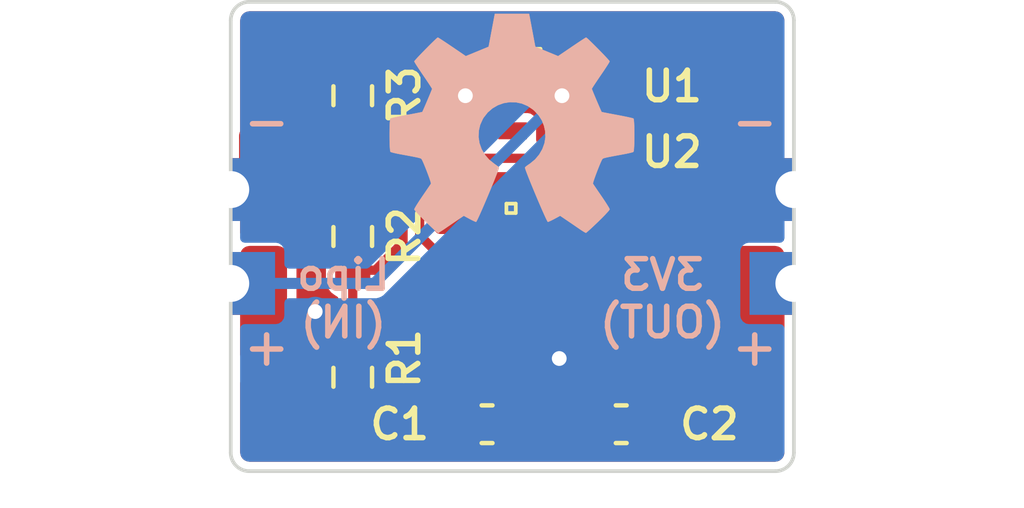
<source format=kicad_pcb>
(kicad_pcb (version 20221018) (generator pcbnew)
  (layers (0 "F.Cu" signal) (31 "B.Cu" signal) (34 "B.Paste" user) (35 "F.Paste" user) (36 "B.SilkS" user "B.Silkscreen") (37 "F.SilkS" user "F.Silkscreen") (38 "B.Mask" user) (39 "F.Mask" user) (44 "Edge.Cuts" user))
  (net 0 "")
  (net 1 "/BATT")
  (net 2 "GND")
  (net 3 "+3V3")
  (net 4 "/EN")
  (net 6 "/LTH")
  (net 7 "/HTH")
  (footprint "Resistor_SMD:R_0603_1608Metric_Pad0.98x0.95mm_HandSolder" (layer "F.Cu") (at 155.702 129.54 90)
    (fp_text reference "R1" (at 0.508 1.397 90) (layer "F.SilkS") (effects (font (size 0.8 0.8))))
    (fp_text value "604k")
    (fp_line (start -0.254724 -0.5225) (end 0.254724 -0.5225) (stroke (width 0.12)) (layer "F.SilkS"))
    (fp_line (start -0.254724 0.5225) (end 0.254724 0.5225) (stroke (width 0.12)) (layer "F.SilkS"))
    (pad "1" smd roundrect (at -0.9125 0 90) (size 0.975 0.95) (layers "F.Cu" "F.Paste" "F.Mask") (net 1 "/BATT"))
    (pad "2" smd roundrect (at 0.9125 0 90) (size 0.975 0.95) (layers "F.Cu" "F.Paste" "F.Mask") (net 6 "/LTH"))
  )
  (footprint "Resistor_SMD:R_0603_1608Metric_Pad0.98x0.95mm_HandSolder" (layer "F.Cu") (at 155.702 125.73 90)
    (fp_text reference "R2" (at 0 1.397 90) (layer "F.SilkS") (effects (font (size 0.8 0.8))))
    (fp_text value "56k")
    (fp_line (start -0.254724 -0.5225) (end 0.254724 -0.5225) (stroke (width 0.12)) (layer "F.SilkS"))
    (fp_line (start -0.254724 0.5225) (end 0.254724 0.5225) (stroke (width 0.12)) (layer "F.SilkS"))
    (pad "1" smd roundrect (at -0.9125 0 90) (size 0.975 0.95) (layers "F.Cu" "F.Paste" "F.Mask") (net 6 "/LTH"))
    (pad "2" smd roundrect (at 0.9125 0 90) (size 0.975 0.95) (layers "F.Cu" "F.Paste" "F.Mask") (net 7 "/HTH"))
  )
  (footprint "Capacitor_SMD:C_0603_1608Metric_Pad1.08x0.95mm_HandSolder" (layer "F.Cu") (at 159.3375 130.81)
    (fp_text reference "C1" (at -2.3655 0) (layer "F.SilkS") (effects (font (size 0.8 0.8))))
    (fp_text value "10uF")
    (fp_line (start -0.146267 -0.51) (end 0.146267 -0.51) (stroke (width 0.12)) (layer "F.SilkS"))
    (fp_line (start -0.146267 0.51) (end 0.146267 0.51) (stroke (width 0.12)) (layer "F.SilkS"))
    (pad "1" smd roundrect (at -0.8625 0) (size 1.075 0.95) (layers "F.Cu" "F.Paste" "F.Mask") (net 1 "/BATT"))
    (pad "2" smd roundrect (at 0.8625 0) (size 1.075 0.95) (layers "F.Cu" "F.Paste" "F.Mask") (net 2 "GND"))
  )
  (footprint "Footprints:SOIC127P600X163-9N" (layer "F.Cu") (at 161.384 126.873)
    (fp_text reference "U2" (at 2.954 -3.429) (layer "F.SilkS") (effects (font (size 0.8 0.8) (thickness 0.15) bold)))
    (fp_text value "AP7362-33SP-13" hide)
    (fp_line (start -1.524 -2.032) (end -1.524 -1.778) (stroke (width 0.1)) (layer "F.SilkS"))
    (fp_line (start -1.524 -1.778) (end -1.27 -1.778) (stroke (width 0.1)) (layer "F.SilkS"))
    (fp_line (start -1.27 -2.032) (end -1.524 -2.032) (stroke (width 0.1)) (layer "F.SilkS"))
    (fp_line (start -1.27 -1.778) (end -1.27 -2.032) (stroke (width 0.1)) (layer "F.SilkS"))
    (pad "1" smd rect (at -2.7 -1.905 90) (size 0.65 1.5) (layers "F.Cu" "F.Paste" "F.Mask") (net 2 "GND"))
    (pad "2" smd rect (at -2.7 -0.635 90) (size 0.65 1.5) (layers "F.Cu" "F.Paste" "F.Mask") (net 4 "/EN"))
    (pad "3" smd rect (at -2.7 0.635 90) (size 0.65 1.5) (layers "F.Cu" "F.Paste" "F.Mask") (net 1 "/BATT"))
    (pad "4" smd rect (at -2.7 1.905 90) (size 0.65 1.5) (layers "F.Cu" "F.Paste" "F.Mask") (net 1 "/BATT"))
    (pad "5" smd rect (at 2.7 1.905 90) (size 0.65 1.5) (layers "F.Cu" "F.Paste" "F.Mask") (net 3 "+3V3"))
    (pad "6" smd rect (at 2.7 0.635 90) (size 0.65 1.5) (layers "F.Cu" "F.Paste" "F.Mask") (net 3 "+3V3"))
    (pad "7" smd rect (at 2.7 -0.635 90) (size 0.65 1.5) (layers "F.Cu" "F.Paste" "F.Mask") (net 3 "+3V3"))
    (pad "8" smd rect (at 2.7 -1.905 90) (size 0.65 1.5) (layers "F.Cu" "F.Paste" "F.Mask"))
    (pad "9" smd rect (at 0 0) (size 2.71 3.35) (layers "F.Cu" "F.Paste" "F.Mask") (net 2 "GND"))
  )
  (footprint "Footprints:SOT-23-5_M5_MCH-L" (layer "F.Cu") (at 161.29 121.92)
    (fp_text reference "U1" (at 3.048 -0.254 unlocked) (layer "F.SilkS") (effects (font (size 0.8 0.8))))
    (fp_text value "MIC2779H-1YM5-TR")
    (fp_line (start -0.762 -1.27) (end -0.762 -1.016) (stroke (width 0.1)) (layer "F.SilkS"))
    (fp_line (start -0.762 -1.016) (end -0.508 -1.016) (stroke (width 0.1)) (layer "F.SilkS"))
    (fp_line (start -0.508 -1.27) (end -0.762 -1.27) (stroke (width 0.1)) (layer "F.SilkS"))
    (fp_line (start -0.508 -1.016) (end -0.508 -1.27) (stroke (width 0.1)) (layer "F.SilkS"))
    (pad "1" smd rect (at -1.262451 -0.950001) (size 0.7723 0.458) (layers "F.Cu" "F.Paste" "F.Mask") (net 7 "/HTH"))
    (pad "2" smd rect (at -1.262451 0) (size 0.7723 0.458) (layers "F.Cu" "F.Paste" "F.Mask") (net 2 "GND"))
    (pad "3" smd rect (at -1.262451 0.950001) (size 0.7723 0.458) (layers "F.Cu" "F.Paste" "F.Mask") (net 6 "/LTH"))
    (pad "4" smd rect (at 1.262451 0.950001) (size 0.7723 0.458) (layers "F.Cu" "F.Paste" "F.Mask") (net 4 "/EN"))
    (pad "5" smd rect (at 1.262451 -0.950001) (size 0.7723 0.458) (layers "F.Cu" "F.Paste" "F.Mask") (net 1 "/BATT"))
  )
  (footprint "Resistor_SMD:R_0603_1608Metric_Pad0.98x0.95mm_HandSolder" (layer "F.Cu") (at 155.702 121.92 90)
    (fp_text reference "R3" (at 0 1.397 90) (layer "F.SilkS") (effects (font (size 0.8 0.8))))
    (fp_text value "340k")
    (fp_line (start -0.254724 -0.5225) (end 0.254724 -0.5225) (stroke (width 0.12)) (layer "F.SilkS"))
    (fp_line (start -0.254724 0.5225) (end 0.254724 0.5225) (stroke (width 0.12)) (layer "F.SilkS"))
    (pad "1" smd roundrect (at -0.9125 0 90) (size 0.975 0.95) (layers "F.Cu" "F.Paste" "F.Mask") (net 7 "/HTH"))
    (pad "2" smd roundrect (at 0.9125 0 90) (size 0.975 0.95) (layers "F.Cu" "F.Paste" "F.Mask") (net 2 "GND"))
  )
  (footprint "Capacitor_SMD:C_0603_1608Metric_Pad1.08x0.95mm_HandSolder" (layer "F.Cu") (at 162.9675 130.81 180)
    (fp_text reference "C2" (at -2.3865 0) (layer "F.SilkS") (effects (font (size 0.8 0.8))))
    (fp_text value "10uF")
    (fp_line (start -0.146267 -0.51) (end 0.146267 -0.51) (stroke (width 0.12)) (layer "F.SilkS"))
    (fp_line (start -0.146267 0.51) (end 0.146267 0.51) (stroke (width 0.12)) (layer "F.SilkS"))
    (pad "1" smd roundrect (at -0.8625 0 180) (size 1.075 0.95) (layers "F.Cu" "F.Paste" "F.Mask") (net 3 "+3V3"))
    (pad "2" smd roundrect (at 0.8625 0 180) (size 1.075 0.95) (layers "F.Cu" "F.Paste" "F.Mask") (net 2 "GND"))
  )
  (footprint "Connector_PinHeader_2.54mm:PinHeader_1x02_P2.54mm_Vertical" (layer "F.Cu") (at 152.4 124.46)
    (fp_text reference "J1" hide)
    (fp_text value "Conn_01x02_Pin")
    (pad "1" thru_hole rect (at 0 0) (size 1.2 1.7) (drill 1 (offset 0.6 0)) (layers "*.Cu" "*.Mask") (net 2 "GND"))
    (pad "2" thru_hole rect (at 0 2.54) (size 1.2 1.7) (drill 1 (offset 0.6 0)) (layers "*.Cu" "*.Mask") (net 1 "/BATT"))
  )
  (footprint "Connector_PinHeader_2.54mm:PinHeader_1x02_P2.54mm_Vertical" (layer "F.Cu") (at 167.64 124.46)
    (fp_text reference "J2" hide)
    (fp_text value "Conn_01x02_Pin")
    (pad "1" thru_hole rect (at 0 0) (size 1.2 1.7) (drill 1 (offset -0.6 0)) (layers "*.Cu" "*.Mask") (net 2 "GND"))
    (pad "2" thru_hole rect (at 0 2.54) (size 1.2 1.7) (drill 1 (offset -0.6 0)) (layers "*.Cu" "*.Mask") (net 3 "+3V3"))
  )
  (footprint "Symbol:OSHW-Symbol_6.7x6mm_SilkScreen" (layer "B.Cu") (at 160.02 122.682 180)
    (fp_text reference "REF**" hide)
    (fp_text value "OSHW-Symbol_6.7x6mm_SilkScreen" hide)
    (fp_poly (pts (xy 0.555814 2.531069) (xy 0.639635 2.086445) (xy 0.94892 1.958947) (xy 1.258206 1.831449) (xy 1.629246 2.083754) (xy 1.733157 2.154004) (xy 1.827087 2.216728) (xy 1.906652 2.269062) (xy 1.96747 2.308143) (xy 2.005157 2.331107) (xy 2.015421 2.336058) (xy 2.03391 2.323324) (xy 2.07342 2.288118) (xy 2.129522 2.234938) (xy 2.197787 2.168282) (xy 2.273786 2.092646) (xy 2.353092 2.012528) (xy 2.431275 1.932426) (xy 2.503907 1.856836) (xy 2.566559 1.790255) (xy 2.614803 1.737182) (xy 2.64421 1.702113) (xy 2.651241 1.690377) (xy 2.641123 1.66874) (xy 2.612759 1.621338) (xy 2.569129 1.552807) (xy 2.513218 1.467785) (xy 2.448006 1.370907) (xy 2.410219 1.31565) (xy 2.341343 1.214752) (xy 2.28014 1.123701) (xy 2.229578 1.04703) (xy 2.192628 0.989272) (xy 2.172258 0.954957) (xy 2.169197 0.947746) (xy 2.176136 0.927252) (xy 2.195051 0.879487) (xy 2.223087 0.811168) (xy 2.257391 0.729011) (xy 2.295109 0.63973) (xy 2.333387 0.550042) (xy 2.36937 0.466662) (xy 2.400206 0.396306) (xy 2.423039 0.34569) (xy 2.435017 0.321529) (xy 2.435724 0.320578) (xy 2.454531 0.315964) (xy 2.504618 0.305672) (xy 2.580793 0.290713) (xy 2.677865 0.272099) (xy 2.790643 0.250841) (xy 2.856442 0.238582) (xy 2.97695 0.215638) (xy 3.085797 0.193805) (xy 3.177476 0.174278) (xy 3.246481 0.158252) (xy 3.287304 0.146921) (xy 3.295511 0.143326) (xy 3.303548 0.118994) (xy 3.310033 0.064041) (xy 3.31497 -0.015108) (xy 3.318364 -0.112026) (xy 3.320218 -0.220287) (xy 3.320538 -0.333465) (xy 3.319327 -0.445135) (xy 3.31659 -0.548868) (xy 3.312331 -0.638241) (xy 3.306555 -0.706826) (xy 3.299267 -0.748197) (xy 3.294895 -0.75681) (xy 3.268764 -0.767133) (xy 3.213393 -0.781892) (xy 3.136107 -0.799352) (xy 3.04423 -0.81778) (xy 3.012158 -0.823741) (xy 2.857524 -0.852066) (xy 2.735375 -0.874876) (xy 2.641673 -0.89308) (xy 2.572384 -0.907583) (xy 2.523471 -0.919292) (xy 2.490897 -0.929115) (xy 2.470628 -0.937956) (xy 2.458626 -0.946724) (xy 2.456947 -0.948457) (xy 2.440184 -0.976371) (xy 2.414614 -1.030695) (xy 2.382788 -1.104777) (xy 2.34726 -1.191965) (xy 2.310583 -1.285608) (xy 2.275311 -1.379052) (xy 2.243996 -1.465647) (xy 2.219193 -1.53874) (xy 2.203454 -1.591678) (xy 2.199332 -1.617811) (xy 2.199676 -1.618726) (xy 2.213641 -1.640086) (xy 2.245322 -1.687084) (xy 2.291391 -1.754827) (xy 2.348518 -1.838423) (xy 2.413373 -1.932982) (xy 2.431843 -1.959854) (xy 2.497699 -2.057275) (xy 2.55565 -2.146163) (xy 2.602538 -2.221412) (xy 2.635207 -2.27792) (xy 2.6505 -2.310581) (xy 2.651241 -2.314593) (xy 2.638392 -2.335684) (xy 2.602888 -2.377464) (xy 2.549293 -2.435445) (xy 2.482171 -2.505135) (xy 2.406087 -2.582045) (xy 2.325604 -2.661683) (xy 2.245287 -2.739561) (xy 2.169699 -2.811186) (xy 2.103405 -2.87207) (xy 2.050969 -2.917721) (xy 2.016955 -2.94365) (xy 2.007545 -2.947883) (xy 1.985643 -2.937912) (xy 1.9408 -2.91102) (xy 1.880321 -2.871736) (xy 1.833789 -2.840117) (xy 1.749475 -2.782098) (xy 1.649626 -2.713784) (xy 1.549473 -2.645579) (xy 1.495627 -2.609075) (xy 1.313371 -2.4858) (xy 1.160381 -2.56852) (xy 1.090682 -2.604759) (xy 1.031414 -2.632926) (xy 0.991311 -2.648991) (xy 0.981103 -2.651226) (xy 0.968829 -2.634722) (xy 0.944613 -2.588082) (xy 0.910263 -2.515609) (xy 0.867588 -2.421606) (xy 0.818394 -2.310374) (xy 0.76449 -2.186215) (xy 0.707684 -2.053432) (xy 0.649782 -1.916327) (xy 0.592593 -1.779202) (xy 0.537924 -1.646358) (xy 0.487584 -1.522098) (xy 0.44338 -1.410725) (xy 0.407119 -1.316539) (xy 0.380609 -1.243844) (xy 0.365658 -1.196941) (xy 0.363254 -1.180833) (xy 0.382311 -1.160286) (xy 0.424036 -1.126933) (xy 0.479706 -1.087702) (xy 0.484378 -1.084599) (xy 0.628264 -0.969423) (xy 0.744283 -0.835053) (xy 0.83143 -0.685784) (xy 0.888699 -0.525913) (xy 0.915086 -0.359737) (xy 0.909585 -0.191552) (xy 0.87119 -0.025655) (xy 0.798895 0.133658) (xy 0.777626 0.168513) (xy 0.666996 0.309263) (xy 0.536302 0.422286) (xy 0.390064 0.506997) (xy 0.232808 0.562806) (xy 0.069057 0.589126) (xy -0.096667 0.58537) (xy -0.259838 0.55095) (xy -0.415935 0.485277) (xy -0.560433 0.387765) (xy -0.605131 0.348187) (xy -0.718888 0.224297) (xy -0.801782 0.093876) (xy -0.858644 -0.052315) (xy -0.890313 -0.197088) (xy -0.898131 -0.35986) (xy -0.872062 -0.52344) (xy -0.814755 -0.682298) (xy -0.728856 -0.830906) (xy -0.617014 -0.963735) (xy -0.481877 -1.075256) (xy -0.464117 -1.087011) (xy -0.40785 -1.125508) (xy -0.365077 -1.158863) (xy -0.344628 -1.18016) (xy -0.344331 -1.180833) (xy -0.348721 -1.203871) (xy -0.366124 -1.256157) (xy -0.394732 -1.33339) (xy -0.432735 -1.431268) (xy -0.478326 -1.545491) (xy -0.529697 -1.671758) (xy -0.585038 -1.805767) (xy -0.642542 -1.943218) (xy -0.700399 -2.079808) (xy -0.756802 -2.211237) (xy -0.809942 -2.333205) (xy -0.85801 -2.441409) (xy -0.899199 -2.531549) (xy -0.931699 -2.599323) (xy -0.953703 -2.64043) (xy -0.962564 -2.651226) (xy -0.98964 -2.642819) (xy -1.040303 -2.620272) (xy -1.105817 -2.587613) (xy -1.141841 -2.56852) (xy -1.294832 -2.4858) (xy -1.477088 -2.609075) (xy -1.570125 -2.672228) (xy -1.671985 -2.741727) (xy -1.767438 -2.807165) (xy -1.81525 -2.840117) (xy -1.882495 -2.885273) (xy -1.939436 -2.921057) (xy -1.978646 -2.942938) (xy -1.991381 -2.947563) (xy -2.009917 -2.935085) (xy -2.050941 -2.900252) (xy -2.110475 -2.846678) (xy -2.184542 -2.777983) (xy -2.269165 -2.697781) (xy -2.322685 -2.646286) (xy -2.416319 -2.554286) (xy -2.497241 -2.471999) (xy -2.562177 -2.402945) (xy -2.607858 -2.350644) (xy -2.631011 -2.318616) (xy -2.633232 -2.312116) (xy -2.622924 -2.287394) (xy -2.594439 -2.237405) (xy -2.550937 -2.167212) (xy -2.495577 -2.081875) (xy -2.43152 -1.986456) (xy -2.413303 -1.959854) (xy -2.346927 -1.863167) (xy -2.287378 -1.776117) (xy -2.237984 -1.703595) (xy -2.202075 -1.650493) (xy -2.182981 -1.621703) (xy -2.181136 -1.618726) (xy -2.183895 -1.595782) (xy -2.198538 -1.545336) (xy -2.222513 -1.474041) (xy -2.253266 -1.388547) (xy -2.288244 -1.295507) (xy -2.324893 -1.201574) (xy -2.360661 -1.113399) (xy -2.392994 -1.037634) (xy -2.419338 -0.980931) (xy -2.437142 -0.949943) (xy -2.438407 -0.948457) (xy -2.449294 -0.939601) (xy -2.467682 -0.930843) (xy -2.497606 -0.921277) (xy -2.543103 -0.909996) (xy -2.608209 -0.896093) (xy -2.696961 -0.878663) (xy -2.813393 -0.856798) (xy -2.961542 -0.829591) (xy -2.993618 -0.823741) (xy -3.088686 -0.805374) (xy -3.171565 -0.787405) (xy -3.23493 -0.771569) (xy -3.271458 -0.7596) (xy -3.276356 -0.75681) (xy -3.284427 -0.732072) (xy -3.290987 -0.67679) (xy -3.296033 -0.597389) (xy -3.299559 -0.500296) (xy -3.301561 -0.391938) (xy -3.302036 -0.27874) (xy -3.300977 -0.167128) (xy -3.298382 -0.063529) (xy -3.294246 0.025632) (xy -3.288563 0.093928) (xy -3.281331 0.134934) (xy -3.276971 0.143326) (xy -3.252698 0.151792) (xy -3.197426 0.165565) (xy -3.116662 0.18345) (xy -3.015912 0.204252) (xy -2.900683 0.226777) (xy -2.837902 0.238582) (xy -2.718787 0.260849) (xy -2.612565 0.281021) (xy -2.524427 0.298085) (xy -2.459566 0.311031) (xy -2.423174 0.318845) (xy -2.417184 0.320578) (xy -2.407061 0.34011) (xy -2.385662 0.387157) (xy -2.355839 0.454997) (xy -2.320445 0.536909) (xy -2.282332 0.626172) (xy -2.244353 0.716065) (xy -2.20936 0.799865) (xy -2.180206 0.870853) (xy -2.159743 0.922306) (xy -2.150823 0.947503) (xy -2.150657 0.948604) (xy -2.160769 0.968481) (xy -2.189117 1.014223) (xy -2.232723 1.081283) (xy -2.288606 1.165116) (xy -2.353787 1.261174) (xy -2.391679 1.31635) (xy -2.460725 1.417519) (xy -2.52205 1.50937) (xy -2.572663 1.587256) (xy -2.609571 1.646531) (xy -2.629782 1.682549) (xy -2.632701 1.690623) (xy -2.620153 1.709416) (xy -2.585463 1.749543) (xy -2.533063 1.806507) (xy -2.467384 1.875815) (xy -2.392856 1.952969) (xy -2.313913 2.033475) (xy -2.234983 2.112837) (xy -2.1605 2.18656) (xy -2.094894 2.250148) (xy -2.042596 2.299106) (xy -2.008039 2.328939) (xy -1.996478 2.336058) (xy -1.977654 2.326047) (xy -1.932631 2.297922) (xy -1.865787 2.254546) (xy -1.781499 2.198782) (xy -1.684144 2.133494) (xy -1.610707 2.083754) (xy -1.239667 1.831449) (xy -0.621095 2.086445) (xy -0.537275 2.531069) (xy -0.453454 2.975693) (xy 0.471994 2.975693) (xy 0.555814 2.531069)) (stroke (width 0.01)) (fill solid) (layer "B.SilkS"))
  )
  (gr_arc (start 167.14 119.38) (mid 167.493553 119.526447) (end 167.64 119.88) (stroke (width 0.1)) (layer "Edge.Cuts"))
  (gr_arc (start 167.64 131.58) (mid 167.493553 131.933553) (end 167.14 132.08) (stroke (width 0.1)) (layer "Edge.Cuts"))
  (gr_arc (start 152.9 132.08) (mid 152.546447 131.933553) (end 152.4 131.58) (stroke (width 0.1)) (layer "Edge.Cuts"))
  (gr_line (start 152.4 131.58) (end 152.4 119.88) (stroke (width 0.1)) (layer "Edge.Cuts"))
  (gr_line (start 152.9 119.38) (end 167.14 119.38) (stroke (width 0.1)) (layer "Edge.Cuts"))
  (gr_arc (start 152.4 119.88) (mid 152.546447 119.526447) (end 152.9 119.38) (stroke (width 0.1)) (layer "Edge.Cuts"))
  (gr_line (start 167.14 132.08) (end 152.9 132.08) (stroke (width 0.1)) (layer "Edge.Cuts"))
  (gr_line (start 167.64 119.88) (end 167.64 131.58) (stroke (width 0.1)) (layer "Edge.Cuts"))
  (gr_text "Lipo\n(IN)" (at 155.448 128.524) (layer "B.SilkS") (effects (font (size 0.8 0.8)) (justify bottom mirror)))
  (gr_text "+" (at 152.654 129.286) (layer "B.SilkS") (effects (font (size 1 1)) (justify left bottom)))
  (gr_text "-" (at 152.654 123.19) (layer "B.SilkS") (effects (font (size 1 1)) (justify left bottom)))
  (gr_text "-" (at 165.862 123.19) (layer "B.SilkS") (effects (font (size 1 1)) (justify left bottom)))
  (gr_text "+" (at 165.862 129.286) (layer "B.SilkS") (effects (font (size 1 1)) (justify left bottom)))
  (gr_text "3V3\n(OUT)" (at 164.084 128.524) (layer "B.SilkS") (effects (font (size 0.8 0.8)) (justify bottom mirror)))
  (segment (start 156.3791 130.4525) (end 155.702 130.4525) (width 0.75) (layer "F.Cu") (net 1))
  (segment (start 157.9266 128.905) (end 156.3791 130.4525) (width 0.75) (layer "F.Cu") (net 1))
  (segment (start 158.59 128.905) (end 158.59 130.695) (width 0.75) (layer "F.Cu") (net 1))
  (segment (start 158.59 130.695) (end 158.475 130.81) (width 0.75) (layer "F.Cu") (net 1))
  (segment (start 152.775 127.375) (end 152.775 127) (width 0.75) (layer "F.Cu") (net 1))
  (segment (start 158.59 128.905) (end 158.115 128.905) (width 0.75) (layer "F.Cu") (net 1))
  (segment (start 158.59 128.905) (end 157.9266 128.905) (width 0.75) (layer "F.Cu") (net 1))
  (segment (start 162.552 120.97) (end 162.314 120.97) (width 0.3) (layer "F.Cu") (net 1))
  (segment (start 155.0905 130.4525) (end 155.702 130.4525) (width 0.75) (layer "F.Cu") (net 1))
  (segment (start 162.314 120.97) (end 161.364 121.92) (width 0.3) (layer "F.Cu") (net 1))
  (segment (start 158.115 127.635) (end 158.59 127.635) (width 0.75) (layer "F.Cu") (net 1))
  (segment (start 158.115 128.905) (end 157.48 128.27) (width 0.75) (layer "F.Cu") (net 1))
  (segment (start 157.48 128.27) (end 158.115 127.635) (width 0.75) (layer "F.Cu") (net 1))
  (segment (start 153.416 128.778) (end 153.416 128.016) (width 0.75) (layer "F.Cu") (net 1))
  (segment (start 153.416 128.016) (end 152.775 127.375) (width 0.75) (layer "F.Cu") (net 1))
  (segment (start 153.416 128.778) (end 155.0905 130.4525) (width 0.75) (layer "F.Cu") (net 1))
  (via (at 161.364 121.92) (size 0.8) (drill 0.4) (layers "F.Cu" "B.Cu") (net 1))
  (segment (start 153 127) (end 152.55 127) (width 0.3) (layer "B.Cu") (net 1))
  (segment (start 156.284 127) (end 153 127) (width 0.3) (layer "B.Cu") (net 1))
  (segment (start 161.364 121.92) (end 156.284 127) (width 0.3) (layer "B.Cu") (net 1))
  (segment (start 153.6609 123.0331) (end 153 123.0331) (width 0.75) (layer "F.Cu") (net 2))
  (segment (start 166.873 124.068) (end 167.265 124.46) (width 0.75) (layer "F.Cu") (net 2))
  (segment (start 160.2865 125.4646) (end 159.9169 125.095) (width 0.75) (layer "F.Cu") (net 2))
  (segment (start 161.764 124.068) (end 166.873 124.068) (width 0.75) (layer "F.Cu") (net 2))
  (segment (start 160.773 126.321) (end 160.773 125.4646) (width 0.75) (layer "F.Cu") (net 2))
  (segment (start 161.29 129.995) (end 162.105 130.81) (width 0.75) (layer "F.Cu") (net 2))
  (segment (start 158.59 125.095) (end 159.9169 125.095) (width 0.75) (layer "F.Cu") (net 2))
  (segment (start 161.29 127) (end 161.29 129.032) (width 0.75) (layer "F.Cu") (net 2))
  (segment (start 153.6609 123.0331) (end 155.6865 121.0075) (width 0.75) (layer "F.Cu") (net 2))
  (segment (start 161.015 129.995) (end 160.2 130.81) (width 0.75) (layer "F.Cu") (net 2))
  (segment (start 161.29 126.838) (end 161.29 127) (width 0.75) (layer "F.Cu") (net 2))
  (segment (start 160.773 126.321) (end 161.29 126.838) (width 0.75) (layer "F.Cu") (net 2))
  (segment (start 161.29 129.032) (end 161.29 129.995) (width 0.75) (layer "F.Cu") (net 2))
  (segment (start 160.773 125.4646) (end 160.2865 125.4646) (width 0.75) (layer "F.Cu") (net 2))
  (segment (start 161.384 124.448) (end 161.764 124.068) (width 0.75) (layer "F.Cu") (net 2))
  (segment (start 155.6865 121.0075) (end 155.702 121.0075) (width 0.75) (layer "F.Cu") (net 2))
  (segment (start 160.027549 121.92) (end 158.75 121.92) (width 0.3) (layer "F.Cu") (net 2))
  (segment (start 155.575 121.0075) (end 155.575 121.119) (width 0.75) (layer "F.Cu") (net 2))
  (segment (start 161.29 129.995) (end 161.015 129.995) (width 0.75) (layer "F.Cu") (net 2))
  (segment (start 153 124.46) (end 153 123.0331) (width 0.75) (layer "F.Cu") (net 2))
  (segment (start 161.384 126.873) (end 161.384 124.448) (width 0.75) (layer "F.Cu") (net 2))
  (via (at 161.29 129.032) (size 0.8) (drill 0.4) (layers "F.Cu" "B.Cu") (net 2))
  (via (at 158.75 121.92) (size 0.8) (drill 0.4) (layers "F.Cu" "B.Cu") (net 2))
  (via (at 154.686 127.762) (size 0.8) (drill 0.4) (layers "F.Cu" "B.Cu") (net 2))
  (segment (start 157.3619 124.46) (end 153 124.46) (width 0.75) (layer "B.Cu") (net 2))
  (segment (start 160.8872 120.9347) (end 159.64345 122.17845) (width 0.75) (layer "B.Cu") (net 2))
  (segment (start 162.3378 120.9347) (end 160.8872 120.9347) (width 0.75) (layer "B.Cu") (net 2))
  (segment (start 158.69095 123.13095) (end 158.75 123.0719) (width 0.75) (layer "B.Cu") (net 2))
  (segment (start 159.64345 122.17845) (end 158.69095 123.13095) (width 0.75) (layer "B.Cu") (net 2))
  (segment (start 167.04 124.46) (end 165.8631 124.46) (width 0.75) (layer "B.Cu") (net 2))
  (segment (start 158.75 123.0719) (end 158.75 121.92) (width 0.75) (layer "B.Cu") (net 2))
  (segment (start 158.75 121.92) (end 159.00845 122.17845) (width 0.3) (layer "B.Cu") (net 2))
  (segment (start 158.69095 123.13095) (end 157.3619 124.46) (width 0.75) (layer "B.Cu") (net 2))
  (segment (start 159.00845 122.17845) (end 159.64345 122.17845) (width 0.3) (layer "B.Cu") (net 2))
  (segment (start 165.8631 124.46) (end 162.3378 120.9347) (width 0.75) (layer "B.Cu") (net 2))
  (segment (start 163.99 128.905) (end 163.99 130.65) (width 0.75) (layer "F.Cu") (net 3))
  (segment (start 163.99 127) (end 163.99 127.635) (width 0.75) (layer "F.Cu") (net 3))
  (segment (start 163.99 127) (end 167.04 127) (width 0.75) (layer "F.Cu") (net 3))
  (segment (start 163.99 126.365) (end 163.99 127) (width 0.75) (layer "F.Cu") (net 3))
  (segment (start 163.99 127.635) (end 163.99 128.905) (width 0.75) (layer "F.Cu") (net 3))
  (segment (start 163.99 130.65) (end 163.83 130.81) (width 0.75) (layer "F.Cu") (net 3))
  (segment (start 157.5131 125.698296) (end 158.179804 126.365) (width 0.25) (layer "F.Cu") (net 4))
  (segment (start 158.179804 126.365) (end 158.59 126.365) (width 0.25) (layer "F.Cu") (net 4))
  (segment (start 157.5131 124.6346) (end 158.5346 123.6131) (width 0.25) (layer "F.Cu") (net 4))
  (segment (start 157.5131 124.6346) (end 157.5131 125.698296) (width 0.25) (layer "F.Cu") (net 4))
  (segment (start 161.0965 123.6131) (end 161.0965 123.613) (width 0.25) (layer "F.Cu") (net 4))
  (segment (start 162.5525 122.87) (end 161.8395 122.87) (width 0.25) (layer "F.Cu") (net 4))
  (segment (start 161.0965 123.613) (end 161.8395 122.87) (width 0.25) (layer "F.Cu") (net 4))
  (segment (start 158.5346 123.6131) (end 161.0965 123.6131) (width 0.25) (layer "F.Cu") (net 4))
  (segment (start 158.641304 122.87) (end 160.027549 122.870001) (width 0.25) (layer "F.Cu") (net 6))
  (segment (start 155.702 126.6425) (end 156.3135 126.6425) (width 0.25) (layer "F.Cu") (net 6))
  (segment (start 155.702 128.6275) (end 155.702 126.6425) (width 0.25) (layer "F.Cu") (net 6))
  (segment (start 157.0631 124.448204) (end 158.641304 122.87) (width 0.25) (layer "F.Cu") (net 6))
  (segment (start 157.0631 125.8929) (end 157.0631 124.448204) (width 0.25) (layer "F.Cu") (net 6))
  (segment (start 156.3135 126.6425) (end 157.0631 125.8929) (width 0.25) (layer "F.Cu") (net 6))
  (segment (start 155.9325 126.6425) (end 155.575 126.6425) (width 0.25) (layer "F.Cu") (net 6))
  (segment (start 160.027549 120.969999) (end 158.430001 120.969999) (width 0.25) (layer "F.Cu") (net 7))
  (segment (start 156.5675 122.8325) (end 158.430001 120.969999) (width 0.25) (layer "F.Cu") (net 7))
  (segment (start 155.702 124.8175) (end 155.702 122.8325) (width 0.25) (layer "F.Cu") (net 7))
  (segment (start 155.702 122.8325) (end 156.5675 122.8325) (width 0.25) (layer "F.Cu") (net 7))
  (zone (net 1) (net_name "/BATT") (layer "F.Cu") (priority 1) (connect_pads yes (clearance 0.25)) (min_thickness 0.25) (fill yes (thermal_gap 0.5) (thermal_bridge_width 0.5) (smoothing fillet) (radius 0.25))
    (polygon (pts (xy 152.654 125.984) (xy 153.924 125.984) (xy 153.924 128.524) (xy 154.686 129.286) (xy 156.464 129.286) (xy 156.464 127.762) (xy 157.226 127) (xy 159.512 127) (xy 159.512 129.794) (xy 159.258 130.302) (xy 159.258 131.318) (xy 154.94 131.318) (xy 152.654 129.032)))
  )
  (zone (net 3) (net_name "+3V3") (layer "F.Cu") (priority 2) (connect_pads yes (clearance 0.25)) (min_thickness 0.25) (fill yes (thermal_gap 0.5) (thermal_bridge_width 0.5) (smoothing fillet) (radius 0.25))
    (polygon (pts (xy 163.068 131.318) (xy 163.068 125.73) (xy 165.1 125.73) (xy 165.354 125.984) (xy 167.386 125.984) (xy 167.386 129.032) (xy 164.592 131.318)))
  )
  (zone (net 2) (net_name "GND") (layers "F&B.Cu") (connect_pads yes (clearance 0.25)) (min_thickness 0.25) (fill yes (thermal_gap 0.5) (thermal_bridge_width 0.5) (smoothing fillet) (radius 0.25))
    (polygon (pts (xy 167.386 119.634) (xy 152.654 119.634) (xy 152.654 131.826) (xy 167.386 131.826)))
  )
)
</source>
